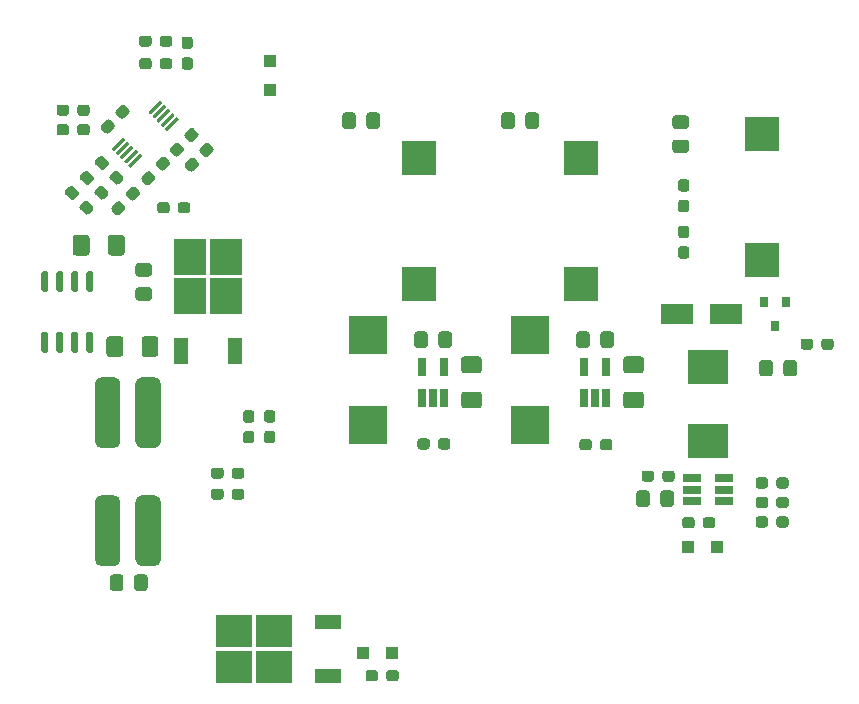
<source format=gtp>
G04 #@! TF.GenerationSoftware,KiCad,Pcbnew,(5.1.6)-1*
G04 #@! TF.CreationDate,2020-11-18T04:23:11-08:00*
G04 #@! TF.ProjectId,Power Board V2,506f7765-7220-4426-9f61-72642056322e,rev?*
G04 #@! TF.SameCoordinates,Original*
G04 #@! TF.FileFunction,Paste,Top*
G04 #@! TF.FilePolarity,Positive*
%FSLAX46Y46*%
G04 Gerber Fmt 4.6, Leading zero omitted, Abs format (unit mm)*
G04 Created by KiCad (PCBNEW (5.1.6)-1) date 2020-11-18 04:23:11*
%MOMM*%
%LPD*%
G01*
G04 APERTURE LIST*
%ADD10R,1.000000X1.000000*%
%ADD11R,2.750000X3.050000*%
%ADD12R,1.200000X2.200000*%
%ADD13R,3.050000X2.750000*%
%ADD14R,2.200000X1.200000*%
%ADD15R,3.000000X3.000000*%
%ADD16R,3.300000X3.300000*%
%ADD17R,0.800000X0.900000*%
%ADD18R,1.560000X0.650000*%
%ADD19R,0.650000X1.560000*%
%ADD20R,2.700000X1.800000*%
%ADD21R,3.500000X3.000000*%
G04 APERTURE END LIST*
D10*
X162275200Y-120332500D03*
X164775200Y-120332500D03*
D11*
X123191000Y-99084000D03*
X120141000Y-95734000D03*
X120141000Y-99084000D03*
X123191000Y-95734000D03*
D12*
X123946000Y-103709000D03*
X119386000Y-103709000D03*
G36*
G01*
X169768000Y-115109000D02*
X169768000Y-114634000D01*
G75*
G02*
X170005500Y-114396500I237500J0D01*
G01*
X170580500Y-114396500D01*
G75*
G02*
X170818000Y-114634000I0J-237500D01*
G01*
X170818000Y-115109000D01*
G75*
G02*
X170580500Y-115346500I-237500J0D01*
G01*
X170005500Y-115346500D01*
G75*
G02*
X169768000Y-115109000I0J237500D01*
G01*
G37*
G36*
G01*
X168018000Y-115109000D02*
X168018000Y-114634000D01*
G75*
G02*
X168255500Y-114396500I237500J0D01*
G01*
X168830500Y-114396500D01*
G75*
G02*
X169068000Y-114634000I0J-237500D01*
G01*
X169068000Y-115109000D01*
G75*
G02*
X168830500Y-115346500I-237500J0D01*
G01*
X168255500Y-115346500D01*
G75*
G02*
X168018000Y-115109000I0J237500D01*
G01*
G37*
D10*
X137267000Y-129286000D03*
X134767000Y-129286000D03*
G36*
G01*
X136748000Y-131428500D02*
X136748000Y-130953500D01*
G75*
G02*
X136985500Y-130716000I237500J0D01*
G01*
X137560500Y-130716000D01*
G75*
G02*
X137798000Y-130953500I0J-237500D01*
G01*
X137798000Y-131428500D01*
G75*
G02*
X137560500Y-131666000I-237500J0D01*
G01*
X136985500Y-131666000D01*
G75*
G02*
X136748000Y-131428500I0J237500D01*
G01*
G37*
G36*
G01*
X134998000Y-131428500D02*
X134998000Y-130953500D01*
G75*
G02*
X135235500Y-130716000I237500J0D01*
G01*
X135810500Y-130716000D01*
G75*
G02*
X136048000Y-130953500I0J-237500D01*
G01*
X136048000Y-131428500D01*
G75*
G02*
X135810500Y-131666000I-237500J0D01*
G01*
X135235500Y-131666000D01*
G75*
G02*
X134998000Y-131428500I0J237500D01*
G01*
G37*
D13*
X127210000Y-127380000D03*
X123860000Y-130430000D03*
X127210000Y-130430000D03*
X123860000Y-127380000D03*
D14*
X131835000Y-126625000D03*
X131835000Y-131185000D03*
G36*
G01*
X119095000Y-91804500D02*
X119095000Y-91329500D01*
G75*
G02*
X119332500Y-91092000I237500J0D01*
G01*
X119907500Y-91092000D01*
G75*
G02*
X120145000Y-91329500I0J-237500D01*
G01*
X120145000Y-91804500D01*
G75*
G02*
X119907500Y-92042000I-237500J0D01*
G01*
X119332500Y-92042000D01*
G75*
G02*
X119095000Y-91804500I0J237500D01*
G01*
G37*
G36*
G01*
X117345000Y-91804500D02*
X117345000Y-91329500D01*
G75*
G02*
X117582500Y-91092000I237500J0D01*
G01*
X118157500Y-91092000D01*
G75*
G02*
X118395000Y-91329500I0J-237500D01*
G01*
X118395000Y-91804500D01*
G75*
G02*
X118157500Y-92042000I-237500J0D01*
G01*
X117582500Y-92042000D01*
G75*
G02*
X117345000Y-91804500I0J237500D01*
G01*
G37*
D10*
X126873000Y-79141000D03*
X126873000Y-81641000D03*
G36*
G01*
X169068000Y-116285000D02*
X169068000Y-116760000D01*
G75*
G02*
X168830500Y-116997500I-237500J0D01*
G01*
X168255500Y-116997500D01*
G75*
G02*
X168018000Y-116760000I0J237500D01*
G01*
X168018000Y-116285000D01*
G75*
G02*
X168255500Y-116047500I237500J0D01*
G01*
X168830500Y-116047500D01*
G75*
G02*
X169068000Y-116285000I0J-237500D01*
G01*
G37*
G36*
G01*
X170818000Y-116285000D02*
X170818000Y-116760000D01*
G75*
G02*
X170580500Y-116997500I-237500J0D01*
G01*
X170005500Y-116997500D01*
G75*
G02*
X169768000Y-116760000I0J237500D01*
G01*
X169768000Y-116285000D01*
G75*
G02*
X170005500Y-116047500I237500J0D01*
G01*
X170580500Y-116047500D01*
G75*
G02*
X170818000Y-116285000I0J-237500D01*
G01*
G37*
D15*
X139509500Y-87360000D03*
X139509500Y-98060000D03*
X153225500Y-87360000D03*
X153225500Y-98060000D03*
X168529000Y-96028000D03*
X168529000Y-85328000D03*
G36*
G01*
X120456011Y-84871913D02*
X120791887Y-85207789D01*
G75*
G02*
X120791887Y-85543665I-167938J-167938D01*
G01*
X120385301Y-85950251D01*
G75*
G02*
X120049425Y-85950251I-167938J167938D01*
G01*
X119713549Y-85614375D01*
G75*
G02*
X119713549Y-85278499I167938J167938D01*
G01*
X120120135Y-84871913D01*
G75*
G02*
X120456011Y-84871913I167938J-167938D01*
G01*
G37*
G36*
G01*
X119218575Y-86109349D02*
X119554451Y-86445225D01*
G75*
G02*
X119554451Y-86781101I-167938J-167938D01*
G01*
X119147865Y-87187687D01*
G75*
G02*
X118811989Y-87187687I-167938J167938D01*
G01*
X118476113Y-86851811D01*
G75*
G02*
X118476113Y-86515935I167938J167938D01*
G01*
X118882699Y-86109349D01*
G75*
G02*
X119218575Y-86109349I167938J-167938D01*
G01*
G37*
G36*
G01*
X120125500Y-78136000D02*
X119650500Y-78136000D01*
G75*
G02*
X119413000Y-77898500I0J237500D01*
G01*
X119413000Y-77323500D01*
G75*
G02*
X119650500Y-77086000I237500J0D01*
G01*
X120125500Y-77086000D01*
G75*
G02*
X120363000Y-77323500I0J-237500D01*
G01*
X120363000Y-77898500D01*
G75*
G02*
X120125500Y-78136000I-237500J0D01*
G01*
G37*
G36*
G01*
X120125500Y-79886000D02*
X119650500Y-79886000D01*
G75*
G02*
X119413000Y-79648500I0J237500D01*
G01*
X119413000Y-79073500D01*
G75*
G02*
X119650500Y-78836000I237500J0D01*
G01*
X120125500Y-78836000D01*
G75*
G02*
X120363000Y-79073500I0J-237500D01*
G01*
X120363000Y-79648500D01*
G75*
G02*
X120125500Y-79886000I-237500J0D01*
G01*
G37*
G36*
G01*
X110586000Y-85200500D02*
X110586000Y-84725500D01*
G75*
G02*
X110823500Y-84488000I237500J0D01*
G01*
X111398500Y-84488000D01*
G75*
G02*
X111636000Y-84725500I0J-237500D01*
G01*
X111636000Y-85200500D01*
G75*
G02*
X111398500Y-85438000I-237500J0D01*
G01*
X110823500Y-85438000D01*
G75*
G02*
X110586000Y-85200500I0J237500D01*
G01*
G37*
G36*
G01*
X108836000Y-85200500D02*
X108836000Y-84725500D01*
G75*
G02*
X109073500Y-84488000I237500J0D01*
G01*
X109648500Y-84488000D01*
G75*
G02*
X109886000Y-84725500I0J-237500D01*
G01*
X109886000Y-85200500D01*
G75*
G02*
X109648500Y-85438000I-237500J0D01*
G01*
X109073500Y-85438000D01*
G75*
G02*
X108836000Y-85200500I0J237500D01*
G01*
G37*
G36*
G01*
X110664451Y-90516575D02*
X110328575Y-90852451D01*
G75*
G02*
X109992699Y-90852451I-167938J167938D01*
G01*
X109586113Y-90445865D01*
G75*
G02*
X109586113Y-90109989I167938J167938D01*
G01*
X109921989Y-89774113D01*
G75*
G02*
X110257865Y-89774113I167938J-167938D01*
G01*
X110664451Y-90180699D01*
G75*
G02*
X110664451Y-90516575I-167938J-167938D01*
G01*
G37*
G36*
G01*
X111901887Y-91754011D02*
X111566011Y-92089887D01*
G75*
G02*
X111230135Y-92089887I-167938J167938D01*
G01*
X110823549Y-91683301D01*
G75*
G02*
X110823549Y-91347425I167938J167938D01*
G01*
X111159425Y-91011549D01*
G75*
G02*
X111495301Y-91011549I167938J-167938D01*
G01*
X111901887Y-91418135D01*
G75*
G02*
X111901887Y-91754011I-167938J-167938D01*
G01*
G37*
D16*
X135191500Y-102372000D03*
X135191500Y-109972000D03*
X148907500Y-102372000D03*
X148907500Y-109972000D03*
G36*
G01*
X112081500Y-121381500D02*
X112081500Y-116456500D01*
G75*
G02*
X112619000Y-115919000I537500J0D01*
G01*
X113694000Y-115919000D01*
G75*
G02*
X114231500Y-116456500I0J-537500D01*
G01*
X114231500Y-121381500D01*
G75*
G02*
X113694000Y-121919000I-537500J0D01*
G01*
X112619000Y-121919000D01*
G75*
G02*
X112081500Y-121381500I0J537500D01*
G01*
G37*
G36*
G01*
X115511500Y-121381500D02*
X115511500Y-116456500D01*
G75*
G02*
X116049000Y-115919000I537500J0D01*
G01*
X117124000Y-115919000D01*
G75*
G02*
X117661500Y-116456500I0J-537500D01*
G01*
X117661500Y-121381500D01*
G75*
G02*
X117124000Y-121919000I-537500J0D01*
G01*
X116049000Y-121919000D01*
G75*
G02*
X115511500Y-121381500I0J537500D01*
G01*
G37*
G36*
G01*
X115511500Y-111381500D02*
X115511500Y-106456500D01*
G75*
G02*
X116049000Y-105919000I537500J0D01*
G01*
X117124000Y-105919000D01*
G75*
G02*
X117661500Y-106456500I0J-537500D01*
G01*
X117661500Y-111381500D01*
G75*
G02*
X117124000Y-111919000I-537500J0D01*
G01*
X116049000Y-111919000D01*
G75*
G02*
X115511500Y-111381500I0J537500D01*
G01*
G37*
G36*
G01*
X112081500Y-111381500D02*
X112081500Y-106456500D01*
G75*
G02*
X112619000Y-105919000I537500J0D01*
G01*
X113694000Y-105919000D01*
G75*
G02*
X114231500Y-106456500I0J-537500D01*
G01*
X114231500Y-111381500D01*
G75*
G02*
X113694000Y-111919000I-537500J0D01*
G01*
X112619000Y-111919000D01*
G75*
G02*
X112081500Y-111381500I0J537500D01*
G01*
G37*
G36*
G01*
X121319425Y-87220251D02*
X120983549Y-86884375D01*
G75*
G02*
X120983549Y-86548499I167938J167938D01*
G01*
X121390135Y-86141913D01*
G75*
G02*
X121726011Y-86141913I167938J-167938D01*
G01*
X122061887Y-86477789D01*
G75*
G02*
X122061887Y-86813665I-167938J-167938D01*
G01*
X121655301Y-87220251D01*
G75*
G02*
X121319425Y-87220251I-167938J167938D01*
G01*
G37*
G36*
G01*
X120081989Y-88457687D02*
X119746113Y-88121811D01*
G75*
G02*
X119746113Y-87785935I167938J167938D01*
G01*
X120152699Y-87379349D01*
G75*
G02*
X120488575Y-87379349I167938J-167938D01*
G01*
X120824451Y-87715225D01*
G75*
G02*
X120824451Y-88051101I-167938J-167938D01*
G01*
X120417865Y-88457687D01*
G75*
G02*
X120081989Y-88457687I-167938J167938D01*
G01*
G37*
G36*
G01*
X116871000Y-77232500D02*
X116871000Y-77707500D01*
G75*
G02*
X116633500Y-77945000I-237500J0D01*
G01*
X116058500Y-77945000D01*
G75*
G02*
X115821000Y-77707500I0J237500D01*
G01*
X115821000Y-77232500D01*
G75*
G02*
X116058500Y-76995000I237500J0D01*
G01*
X116633500Y-76995000D01*
G75*
G02*
X116871000Y-77232500I0J-237500D01*
G01*
G37*
G36*
G01*
X118621000Y-77232500D02*
X118621000Y-77707500D01*
G75*
G02*
X118383500Y-77945000I-237500J0D01*
G01*
X117808500Y-77945000D01*
G75*
G02*
X117571000Y-77707500I0J237500D01*
G01*
X117571000Y-77232500D01*
G75*
G02*
X117808500Y-76995000I237500J0D01*
G01*
X118383500Y-76995000D01*
G75*
G02*
X118621000Y-77232500I0J-237500D01*
G01*
G37*
G36*
G01*
X118621000Y-79137500D02*
X118621000Y-79612500D01*
G75*
G02*
X118383500Y-79850000I-237500J0D01*
G01*
X117808500Y-79850000D01*
G75*
G02*
X117571000Y-79612500I0J237500D01*
G01*
X117571000Y-79137500D01*
G75*
G02*
X117808500Y-78900000I237500J0D01*
G01*
X118383500Y-78900000D01*
G75*
G02*
X118621000Y-79137500I0J-237500D01*
G01*
G37*
G36*
G01*
X116871000Y-79137500D02*
X116871000Y-79612500D01*
G75*
G02*
X116633500Y-79850000I-237500J0D01*
G01*
X116058500Y-79850000D01*
G75*
G02*
X115821000Y-79612500I0J237500D01*
G01*
X115821000Y-79137500D01*
G75*
G02*
X116058500Y-78900000I237500J0D01*
G01*
X116633500Y-78900000D01*
G75*
G02*
X116871000Y-79137500I0J-237500D01*
G01*
G37*
G36*
G01*
X116398989Y-89613387D02*
X116063113Y-89277511D01*
G75*
G02*
X116063113Y-88941635I167938J167938D01*
G01*
X116469699Y-88535049D01*
G75*
G02*
X116805575Y-88535049I167938J-167938D01*
G01*
X117141451Y-88870925D01*
G75*
G02*
X117141451Y-89206801I-167938J-167938D01*
G01*
X116734865Y-89613387D01*
G75*
G02*
X116398989Y-89613387I-167938J167938D01*
G01*
G37*
G36*
G01*
X117636425Y-88375951D02*
X117300549Y-88040075D01*
G75*
G02*
X117300549Y-87704199I167938J167938D01*
G01*
X117707135Y-87297613D01*
G75*
G02*
X118043011Y-87297613I167938J-167938D01*
G01*
X118378887Y-87633489D01*
G75*
G02*
X118378887Y-87969365I-167938J-167938D01*
G01*
X117972301Y-88375951D01*
G75*
G02*
X117636425Y-88375951I-167938J167938D01*
G01*
G37*
G36*
G01*
X113204451Y-87976575D02*
X112868575Y-88312451D01*
G75*
G02*
X112532699Y-88312451I-167938J167938D01*
G01*
X112126113Y-87905865D01*
G75*
G02*
X112126113Y-87569989I167938J167938D01*
G01*
X112461989Y-87234113D01*
G75*
G02*
X112797865Y-87234113I167938J-167938D01*
G01*
X113204451Y-87640699D01*
G75*
G02*
X113204451Y-87976575I-167938J-167938D01*
G01*
G37*
G36*
G01*
X114441887Y-89214011D02*
X114106011Y-89549887D01*
G75*
G02*
X113770135Y-89549887I-167938J167938D01*
G01*
X113363549Y-89143301D01*
G75*
G02*
X113363549Y-88807425I167938J167938D01*
G01*
X113699425Y-88471549D01*
G75*
G02*
X114035301Y-88471549I167938J-167938D01*
G01*
X114441887Y-88878135D01*
G75*
G02*
X114441887Y-89214011I-167938J-167938D01*
G01*
G37*
G36*
G01*
X116655001Y-99453500D02*
X115754999Y-99453500D01*
G75*
G02*
X115505000Y-99203501I0J249999D01*
G01*
X115505000Y-98553499D01*
G75*
G02*
X115754999Y-98303500I249999J0D01*
G01*
X116655001Y-98303500D01*
G75*
G02*
X116905000Y-98553499I0J-249999D01*
G01*
X116905000Y-99203501D01*
G75*
G02*
X116655001Y-99453500I-249999J0D01*
G01*
G37*
G36*
G01*
X116655001Y-97403500D02*
X115754999Y-97403500D01*
G75*
G02*
X115505000Y-97153501I0J249999D01*
G01*
X115505000Y-96503499D01*
G75*
G02*
X115754999Y-96253500I249999J0D01*
G01*
X116655001Y-96253500D01*
G75*
G02*
X116905000Y-96503499I0J-249999D01*
G01*
X116905000Y-97153501D01*
G75*
G02*
X116655001Y-97403500I-249999J0D01*
G01*
G37*
G36*
G01*
X159062000Y-115754999D02*
X159062000Y-116655001D01*
G75*
G02*
X158812001Y-116905000I-249999J0D01*
G01*
X158161999Y-116905000D01*
G75*
G02*
X157912000Y-116655001I0J249999D01*
G01*
X157912000Y-115754999D01*
G75*
G02*
X158161999Y-115505000I249999J0D01*
G01*
X158812001Y-115505000D01*
G75*
G02*
X159062000Y-115754999I0J-249999D01*
G01*
G37*
G36*
G01*
X161112000Y-115754999D02*
X161112000Y-116655001D01*
G75*
G02*
X160862001Y-116905000I-249999J0D01*
G01*
X160211999Y-116905000D01*
G75*
G02*
X159962000Y-116655001I0J249999D01*
G01*
X159962000Y-115754999D01*
G75*
G02*
X160211999Y-115505000I249999J0D01*
G01*
X160862001Y-115505000D01*
G75*
G02*
X161112000Y-115754999I0J-249999D01*
G01*
G37*
G36*
G01*
X168326000Y-105606001D02*
X168326000Y-104705999D01*
G75*
G02*
X168575999Y-104456000I249999J0D01*
G01*
X169226001Y-104456000D01*
G75*
G02*
X169476000Y-104705999I0J-249999D01*
G01*
X169476000Y-105606001D01*
G75*
G02*
X169226001Y-105856000I-249999J0D01*
G01*
X168575999Y-105856000D01*
G75*
G02*
X168326000Y-105606001I0J249999D01*
G01*
G37*
G36*
G01*
X170376000Y-105606001D02*
X170376000Y-104705999D01*
G75*
G02*
X170625999Y-104456000I249999J0D01*
G01*
X171276001Y-104456000D01*
G75*
G02*
X171526000Y-104705999I0J-249999D01*
G01*
X171526000Y-105606001D01*
G75*
G02*
X171276001Y-105856000I-249999J0D01*
G01*
X170625999Y-105856000D01*
G75*
G02*
X170376000Y-105606001I0J249999D01*
G01*
G37*
G36*
G01*
X141166000Y-103193001D02*
X141166000Y-102292999D01*
G75*
G02*
X141415999Y-102043000I249999J0D01*
G01*
X142066001Y-102043000D01*
G75*
G02*
X142316000Y-102292999I0J-249999D01*
G01*
X142316000Y-103193001D01*
G75*
G02*
X142066001Y-103443000I-249999J0D01*
G01*
X141415999Y-103443000D01*
G75*
G02*
X141166000Y-103193001I0J249999D01*
G01*
G37*
G36*
G01*
X139116000Y-103193001D02*
X139116000Y-102292999D01*
G75*
G02*
X139365999Y-102043000I249999J0D01*
G01*
X140016001Y-102043000D01*
G75*
G02*
X140266000Y-102292999I0J-249999D01*
G01*
X140266000Y-103193001D01*
G75*
G02*
X140016001Y-103443000I-249999J0D01*
G01*
X139365999Y-103443000D01*
G75*
G02*
X139116000Y-103193001I0J249999D01*
G01*
G37*
G36*
G01*
X136220000Y-83750999D02*
X136220000Y-84651001D01*
G75*
G02*
X135970001Y-84901000I-249999J0D01*
G01*
X135319999Y-84901000D01*
G75*
G02*
X135070000Y-84651001I0J249999D01*
G01*
X135070000Y-83750999D01*
G75*
G02*
X135319999Y-83501000I249999J0D01*
G01*
X135970001Y-83501000D01*
G75*
G02*
X136220000Y-83750999I0J-249999D01*
G01*
G37*
G36*
G01*
X134170000Y-83750999D02*
X134170000Y-84651001D01*
G75*
G02*
X133920001Y-84901000I-249999J0D01*
G01*
X133269999Y-84901000D01*
G75*
G02*
X133020000Y-84651001I0J249999D01*
G01*
X133020000Y-83750999D01*
G75*
G02*
X133269999Y-83501000I249999J0D01*
G01*
X133920001Y-83501000D01*
G75*
G02*
X134170000Y-83750999I0J-249999D01*
G01*
G37*
G36*
G01*
X154882000Y-103193001D02*
X154882000Y-102292999D01*
G75*
G02*
X155131999Y-102043000I249999J0D01*
G01*
X155782001Y-102043000D01*
G75*
G02*
X156032000Y-102292999I0J-249999D01*
G01*
X156032000Y-103193001D01*
G75*
G02*
X155782001Y-103443000I-249999J0D01*
G01*
X155131999Y-103443000D01*
G75*
G02*
X154882000Y-103193001I0J249999D01*
G01*
G37*
G36*
G01*
X152832000Y-103193001D02*
X152832000Y-102292999D01*
G75*
G02*
X153081999Y-102043000I249999J0D01*
G01*
X153732001Y-102043000D01*
G75*
G02*
X153982000Y-102292999I0J-249999D01*
G01*
X153982000Y-103193001D01*
G75*
G02*
X153732001Y-103443000I-249999J0D01*
G01*
X153081999Y-103443000D01*
G75*
G02*
X152832000Y-103193001I0J249999D01*
G01*
G37*
G36*
G01*
X149682000Y-83750999D02*
X149682000Y-84651001D01*
G75*
G02*
X149432001Y-84901000I-249999J0D01*
G01*
X148781999Y-84901000D01*
G75*
G02*
X148532000Y-84651001I0J249999D01*
G01*
X148532000Y-83750999D01*
G75*
G02*
X148781999Y-83501000I249999J0D01*
G01*
X149432001Y-83501000D01*
G75*
G02*
X149682000Y-83750999I0J-249999D01*
G01*
G37*
G36*
G01*
X147632000Y-83750999D02*
X147632000Y-84651001D01*
G75*
G02*
X147382001Y-84901000I-249999J0D01*
G01*
X146731999Y-84901000D01*
G75*
G02*
X146482000Y-84651001I0J249999D01*
G01*
X146482000Y-83750999D01*
G75*
G02*
X146731999Y-83501000I249999J0D01*
G01*
X147382001Y-83501000D01*
G75*
G02*
X147632000Y-83750999I0J-249999D01*
G01*
G37*
D17*
X170622000Y-99584000D03*
X168722000Y-99584000D03*
X169672000Y-101584000D03*
G36*
G01*
X110195000Y-95367000D02*
X110195000Y-94117000D01*
G75*
G02*
X110445000Y-93867000I250000J0D01*
G01*
X111370000Y-93867000D01*
G75*
G02*
X111620000Y-94117000I0J-250000D01*
G01*
X111620000Y-95367000D01*
G75*
G02*
X111370000Y-95617000I-250000J0D01*
G01*
X110445000Y-95617000D01*
G75*
G02*
X110195000Y-95367000I0J250000D01*
G01*
G37*
G36*
G01*
X113170000Y-95367000D02*
X113170000Y-94117000D01*
G75*
G02*
X113420000Y-93867000I250000J0D01*
G01*
X114345000Y-93867000D01*
G75*
G02*
X114595000Y-94117000I0J-250000D01*
G01*
X114595000Y-95367000D01*
G75*
G02*
X114345000Y-95617000I-250000J0D01*
G01*
X113420000Y-95617000D01*
G75*
G02*
X113170000Y-95367000I0J250000D01*
G01*
G37*
G36*
G01*
X168018000Y-118411000D02*
X168018000Y-117936000D01*
G75*
G02*
X168255500Y-117698500I237500J0D01*
G01*
X168830500Y-117698500D01*
G75*
G02*
X169068000Y-117936000I0J-237500D01*
G01*
X169068000Y-118411000D01*
G75*
G02*
X168830500Y-118648500I-237500J0D01*
G01*
X168255500Y-118648500D01*
G75*
G02*
X168018000Y-118411000I0J237500D01*
G01*
G37*
G36*
G01*
X169768000Y-118411000D02*
X169768000Y-117936000D01*
G75*
G02*
X170005500Y-117698500I237500J0D01*
G01*
X170580500Y-117698500D01*
G75*
G02*
X170818000Y-117936000I0J-237500D01*
G01*
X170818000Y-118411000D01*
G75*
G02*
X170580500Y-118648500I-237500J0D01*
G01*
X170005500Y-118648500D01*
G75*
G02*
X169768000Y-118411000I0J237500D01*
G01*
G37*
G36*
G01*
X140429500Y-111332000D02*
X140429500Y-111807000D01*
G75*
G02*
X140192000Y-112044500I-237500J0D01*
G01*
X139617000Y-112044500D01*
G75*
G02*
X139379500Y-111807000I0J237500D01*
G01*
X139379500Y-111332000D01*
G75*
G02*
X139617000Y-111094500I237500J0D01*
G01*
X140192000Y-111094500D01*
G75*
G02*
X140429500Y-111332000I0J-237500D01*
G01*
G37*
G36*
G01*
X142179500Y-111332000D02*
X142179500Y-111807000D01*
G75*
G02*
X141942000Y-112044500I-237500J0D01*
G01*
X141367000Y-112044500D01*
G75*
G02*
X141129500Y-111807000I0J237500D01*
G01*
X141129500Y-111332000D01*
G75*
G02*
X141367000Y-111094500I237500J0D01*
G01*
X141942000Y-111094500D01*
G75*
G02*
X142179500Y-111332000I0J-237500D01*
G01*
G37*
G36*
G01*
X171828000Y-103361500D02*
X171828000Y-102886500D01*
G75*
G02*
X172065500Y-102649000I237500J0D01*
G01*
X172640500Y-102649000D01*
G75*
G02*
X172878000Y-102886500I0J-237500D01*
G01*
X172878000Y-103361500D01*
G75*
G02*
X172640500Y-103599000I-237500J0D01*
G01*
X172065500Y-103599000D01*
G75*
G02*
X171828000Y-103361500I0J237500D01*
G01*
G37*
G36*
G01*
X173578000Y-103361500D02*
X173578000Y-102886500D01*
G75*
G02*
X173815500Y-102649000I237500J0D01*
G01*
X174390500Y-102649000D01*
G75*
G02*
X174628000Y-102886500I0J-237500D01*
G01*
X174628000Y-103361500D01*
G75*
G02*
X174390500Y-103599000I-237500J0D01*
G01*
X173815500Y-103599000D01*
G75*
G02*
X173578000Y-103361500I0J237500D01*
G01*
G37*
G36*
G01*
X161687500Y-90901000D02*
X162162500Y-90901000D01*
G75*
G02*
X162400000Y-91138500I0J-237500D01*
G01*
X162400000Y-91713500D01*
G75*
G02*
X162162500Y-91951000I-237500J0D01*
G01*
X161687500Y-91951000D01*
G75*
G02*
X161450000Y-91713500I0J237500D01*
G01*
X161450000Y-91138500D01*
G75*
G02*
X161687500Y-90901000I237500J0D01*
G01*
G37*
G36*
G01*
X161687500Y-89151000D02*
X162162500Y-89151000D01*
G75*
G02*
X162400000Y-89388500I0J-237500D01*
G01*
X162400000Y-89963500D01*
G75*
G02*
X162162500Y-90201000I-237500J0D01*
G01*
X161687500Y-90201000D01*
G75*
G02*
X161450000Y-89963500I0J237500D01*
G01*
X161450000Y-89388500D01*
G75*
G02*
X161687500Y-89151000I237500J0D01*
G01*
G37*
G36*
G01*
X162162500Y-95888000D02*
X161687500Y-95888000D01*
G75*
G02*
X161450000Y-95650500I0J237500D01*
G01*
X161450000Y-95075500D01*
G75*
G02*
X161687500Y-94838000I237500J0D01*
G01*
X162162500Y-94838000D01*
G75*
G02*
X162400000Y-95075500I0J-237500D01*
G01*
X162400000Y-95650500D01*
G75*
G02*
X162162500Y-95888000I-237500J0D01*
G01*
G37*
G36*
G01*
X162162500Y-94138000D02*
X161687500Y-94138000D01*
G75*
G02*
X161450000Y-93900500I0J237500D01*
G01*
X161450000Y-93325500D01*
G75*
G02*
X161687500Y-93088000I237500J0D01*
G01*
X162162500Y-93088000D01*
G75*
G02*
X162400000Y-93325500I0J-237500D01*
G01*
X162400000Y-93900500D01*
G75*
G02*
X162162500Y-94138000I-237500J0D01*
G01*
G37*
G36*
G01*
X155895500Y-111395500D02*
X155895500Y-111870500D01*
G75*
G02*
X155658000Y-112108000I-237500J0D01*
G01*
X155083000Y-112108000D01*
G75*
G02*
X154845500Y-111870500I0J237500D01*
G01*
X154845500Y-111395500D01*
G75*
G02*
X155083000Y-111158000I237500J0D01*
G01*
X155658000Y-111158000D01*
G75*
G02*
X155895500Y-111395500I0J-237500D01*
G01*
G37*
G36*
G01*
X154145500Y-111395500D02*
X154145500Y-111870500D01*
G75*
G02*
X153908000Y-112108000I-237500J0D01*
G01*
X153333000Y-112108000D01*
G75*
G02*
X153095500Y-111870500I0J237500D01*
G01*
X153095500Y-111395500D01*
G75*
G02*
X153333000Y-111158000I237500J0D01*
G01*
X153908000Y-111158000D01*
G75*
G02*
X154145500Y-111395500I0J-237500D01*
G01*
G37*
D18*
X165307000Y-116393000D03*
X165307000Y-115443000D03*
X165307000Y-114493000D03*
X162607000Y-114493000D03*
X162607000Y-116393000D03*
X162607000Y-115443000D03*
D19*
X139766000Y-105012500D03*
X141666000Y-105012500D03*
X141666000Y-107712500D03*
X140716000Y-107712500D03*
X139766000Y-107712500D03*
X153482000Y-107712500D03*
X154432000Y-107712500D03*
X155382000Y-107712500D03*
X155382000Y-105012500D03*
X153482000Y-105012500D03*
G36*
G01*
X114485000Y-122866999D02*
X114485000Y-123767001D01*
G75*
G02*
X114235001Y-124017000I-249999J0D01*
G01*
X113584999Y-124017000D01*
G75*
G02*
X113335000Y-123767001I0J249999D01*
G01*
X113335000Y-122866999D01*
G75*
G02*
X113584999Y-122617000I249999J0D01*
G01*
X114235001Y-122617000D01*
G75*
G02*
X114485000Y-122866999I0J-249999D01*
G01*
G37*
G36*
G01*
X116535000Y-122866999D02*
X116535000Y-123767001D01*
G75*
G02*
X116285001Y-124017000I-249999J0D01*
G01*
X115634999Y-124017000D01*
G75*
G02*
X115385000Y-123767001I0J249999D01*
G01*
X115385000Y-122866999D01*
G75*
G02*
X115634999Y-122617000I249999J0D01*
G01*
X116285001Y-122617000D01*
G75*
G02*
X116535000Y-122866999I0J-249999D01*
G01*
G37*
G36*
G01*
X123667000Y-116061500D02*
X123667000Y-115586500D01*
G75*
G02*
X123904500Y-115349000I237500J0D01*
G01*
X124479500Y-115349000D01*
G75*
G02*
X124717000Y-115586500I0J-237500D01*
G01*
X124717000Y-116061500D01*
G75*
G02*
X124479500Y-116299000I-237500J0D01*
G01*
X123904500Y-116299000D01*
G75*
G02*
X123667000Y-116061500I0J237500D01*
G01*
G37*
G36*
G01*
X121917000Y-116061500D02*
X121917000Y-115586500D01*
G75*
G02*
X122154500Y-115349000I237500J0D01*
G01*
X122729500Y-115349000D01*
G75*
G02*
X122967000Y-115586500I0J-237500D01*
G01*
X122967000Y-116061500D01*
G75*
G02*
X122729500Y-116299000I-237500J0D01*
G01*
X122154500Y-116299000D01*
G75*
G02*
X121917000Y-116061500I0J237500D01*
G01*
G37*
G36*
G01*
X124717000Y-113808500D02*
X124717000Y-114283500D01*
G75*
G02*
X124479500Y-114521000I-237500J0D01*
G01*
X123904500Y-114521000D01*
G75*
G02*
X123667000Y-114283500I0J237500D01*
G01*
X123667000Y-113808500D01*
G75*
G02*
X123904500Y-113571000I237500J0D01*
G01*
X124479500Y-113571000D01*
G75*
G02*
X124717000Y-113808500I0J-237500D01*
G01*
G37*
G36*
G01*
X122967000Y-113808500D02*
X122967000Y-114283500D01*
G75*
G02*
X122729500Y-114521000I-237500J0D01*
G01*
X122154500Y-114521000D01*
G75*
G02*
X121917000Y-114283500I0J237500D01*
G01*
X121917000Y-113808500D01*
G75*
G02*
X122154500Y-113571000I237500J0D01*
G01*
X122729500Y-113571000D01*
G75*
G02*
X122967000Y-113808500I0J-237500D01*
G01*
G37*
G36*
G01*
X126635500Y-110459000D02*
X127110500Y-110459000D01*
G75*
G02*
X127348000Y-110696500I0J-237500D01*
G01*
X127348000Y-111271500D01*
G75*
G02*
X127110500Y-111509000I-237500J0D01*
G01*
X126635500Y-111509000D01*
G75*
G02*
X126398000Y-111271500I0J237500D01*
G01*
X126398000Y-110696500D01*
G75*
G02*
X126635500Y-110459000I237500J0D01*
G01*
G37*
G36*
G01*
X126635500Y-108709000D02*
X127110500Y-108709000D01*
G75*
G02*
X127348000Y-108946500I0J-237500D01*
G01*
X127348000Y-109521500D01*
G75*
G02*
X127110500Y-109759000I-237500J0D01*
G01*
X126635500Y-109759000D01*
G75*
G02*
X126398000Y-109521500I0J237500D01*
G01*
X126398000Y-108946500D01*
G75*
G02*
X126635500Y-108709000I237500J0D01*
G01*
G37*
G36*
G01*
X125332500Y-111523000D02*
X124857500Y-111523000D01*
G75*
G02*
X124620000Y-111285500I0J237500D01*
G01*
X124620000Y-110710500D01*
G75*
G02*
X124857500Y-110473000I237500J0D01*
G01*
X125332500Y-110473000D01*
G75*
G02*
X125570000Y-110710500I0J-237500D01*
G01*
X125570000Y-111285500D01*
G75*
G02*
X125332500Y-111523000I-237500J0D01*
G01*
G37*
G36*
G01*
X125332500Y-109773000D02*
X124857500Y-109773000D01*
G75*
G02*
X124620000Y-109535500I0J237500D01*
G01*
X124620000Y-108960500D01*
G75*
G02*
X124857500Y-108723000I237500J0D01*
G01*
X125332500Y-108723000D01*
G75*
G02*
X125570000Y-108960500I0J-237500D01*
G01*
X125570000Y-109535500D01*
G75*
G02*
X125332500Y-109773000I-237500J0D01*
G01*
G37*
D20*
X165549000Y-100584000D03*
X161349000Y-100584000D03*
G36*
G01*
X160116000Y-114537500D02*
X160116000Y-114062500D01*
G75*
G02*
X160353500Y-113825000I237500J0D01*
G01*
X160928500Y-113825000D01*
G75*
G02*
X161166000Y-114062500I0J-237500D01*
G01*
X161166000Y-114537500D01*
G75*
G02*
X160928500Y-114775000I-237500J0D01*
G01*
X160353500Y-114775000D01*
G75*
G02*
X160116000Y-114537500I0J237500D01*
G01*
G37*
G36*
G01*
X158366000Y-114537500D02*
X158366000Y-114062500D01*
G75*
G02*
X158603500Y-113825000I237500J0D01*
G01*
X159178500Y-113825000D01*
G75*
G02*
X159416000Y-114062500I0J-237500D01*
G01*
X159416000Y-114537500D01*
G75*
G02*
X159178500Y-114775000I-237500J0D01*
G01*
X158603500Y-114775000D01*
G75*
G02*
X158366000Y-114537500I0J237500D01*
G01*
G37*
G36*
G01*
X113858989Y-92153387D02*
X113523113Y-91817511D01*
G75*
G02*
X113523113Y-91481635I167938J167938D01*
G01*
X113929699Y-91075049D01*
G75*
G02*
X114265575Y-91075049I167938J-167938D01*
G01*
X114601451Y-91410925D01*
G75*
G02*
X114601451Y-91746801I-167938J-167938D01*
G01*
X114194865Y-92153387D01*
G75*
G02*
X113858989Y-92153387I-167938J167938D01*
G01*
G37*
G36*
G01*
X115096425Y-90915951D02*
X114760549Y-90580075D01*
G75*
G02*
X114760549Y-90244199I167938J167938D01*
G01*
X115167135Y-89837613D01*
G75*
G02*
X115503011Y-89837613I167938J-167938D01*
G01*
X115838887Y-90173489D01*
G75*
G02*
X115838887Y-90509365I-167938J-167938D01*
G01*
X115432301Y-90915951D01*
G75*
G02*
X115096425Y-90915951I-167938J167938D01*
G01*
G37*
G36*
G01*
X162845000Y-117999500D02*
X162845000Y-118474500D01*
G75*
G02*
X162607500Y-118712000I-237500J0D01*
G01*
X162032500Y-118712000D01*
G75*
G02*
X161795000Y-118474500I0J237500D01*
G01*
X161795000Y-117999500D01*
G75*
G02*
X162032500Y-117762000I237500J0D01*
G01*
X162607500Y-117762000D01*
G75*
G02*
X162845000Y-117999500I0J-237500D01*
G01*
G37*
G36*
G01*
X164595000Y-117999500D02*
X164595000Y-118474500D01*
G75*
G02*
X164357500Y-118712000I-237500J0D01*
G01*
X163782500Y-118712000D01*
G75*
G02*
X163545000Y-118474500I0J237500D01*
G01*
X163545000Y-117999500D01*
G75*
G02*
X163782500Y-117762000I237500J0D01*
G01*
X164357500Y-117762000D01*
G75*
G02*
X164595000Y-117999500I0J-237500D01*
G01*
G37*
G36*
G01*
X161220999Y-83744000D02*
X162121001Y-83744000D01*
G75*
G02*
X162371000Y-83993999I0J-249999D01*
G01*
X162371000Y-84644001D01*
G75*
G02*
X162121001Y-84894000I-249999J0D01*
G01*
X161220999Y-84894000D01*
G75*
G02*
X160971000Y-84644001I0J249999D01*
G01*
X160971000Y-83993999D01*
G75*
G02*
X161220999Y-83744000I249999J0D01*
G01*
G37*
G36*
G01*
X161220999Y-85794000D02*
X162121001Y-85794000D01*
G75*
G02*
X162371000Y-86043999I0J-249999D01*
G01*
X162371000Y-86694001D01*
G75*
G02*
X162121001Y-86944000I-249999J0D01*
G01*
X161220999Y-86944000D01*
G75*
G02*
X160971000Y-86694001I0J249999D01*
G01*
X160971000Y-86043999D01*
G75*
G02*
X161220999Y-85794000I249999J0D01*
G01*
G37*
G36*
G01*
X143329500Y-107137500D02*
X144579500Y-107137500D01*
G75*
G02*
X144829500Y-107387500I0J-250000D01*
G01*
X144829500Y-108312500D01*
G75*
G02*
X144579500Y-108562500I-250000J0D01*
G01*
X143329500Y-108562500D01*
G75*
G02*
X143079500Y-108312500I0J250000D01*
G01*
X143079500Y-107387500D01*
G75*
G02*
X143329500Y-107137500I250000J0D01*
G01*
G37*
G36*
G01*
X143329500Y-104162500D02*
X144579500Y-104162500D01*
G75*
G02*
X144829500Y-104412500I0J-250000D01*
G01*
X144829500Y-105337500D01*
G75*
G02*
X144579500Y-105587500I-250000J0D01*
G01*
X143329500Y-105587500D01*
G75*
G02*
X143079500Y-105337500I0J250000D01*
G01*
X143079500Y-104412500D01*
G75*
G02*
X143329500Y-104162500I250000J0D01*
G01*
G37*
G36*
G01*
X157058200Y-104162500D02*
X158308200Y-104162500D01*
G75*
G02*
X158558200Y-104412500I0J-250000D01*
G01*
X158558200Y-105337500D01*
G75*
G02*
X158308200Y-105587500I-250000J0D01*
G01*
X157058200Y-105587500D01*
G75*
G02*
X156808200Y-105337500I0J250000D01*
G01*
X156808200Y-104412500D01*
G75*
G02*
X157058200Y-104162500I250000J0D01*
G01*
G37*
G36*
G01*
X157058200Y-107137500D02*
X158308200Y-107137500D01*
G75*
G02*
X158558200Y-107387500I0J-250000D01*
G01*
X158558200Y-108312500D01*
G75*
G02*
X158308200Y-108562500I-250000J0D01*
G01*
X157058200Y-108562500D01*
G75*
G02*
X156808200Y-108312500I0J250000D01*
G01*
X156808200Y-107387500D01*
G75*
G02*
X157058200Y-107137500I250000J0D01*
G01*
G37*
G36*
G01*
X113171887Y-90484011D02*
X112836011Y-90819887D01*
G75*
G02*
X112500135Y-90819887I-167938J167938D01*
G01*
X112093549Y-90413301D01*
G75*
G02*
X112093549Y-90077425I167938J167938D01*
G01*
X112429425Y-89741549D01*
G75*
G02*
X112765301Y-89741549I167938J-167938D01*
G01*
X113171887Y-90148135D01*
G75*
G02*
X113171887Y-90484011I-167938J-167938D01*
G01*
G37*
G36*
G01*
X111934451Y-89246575D02*
X111598575Y-89582451D01*
G75*
G02*
X111262699Y-89582451I-167938J167938D01*
G01*
X110856113Y-89175865D01*
G75*
G02*
X110856113Y-88839989I167938J167938D01*
G01*
X111191989Y-88504113D01*
G75*
G02*
X111527865Y-88504113I167938J-167938D01*
G01*
X111934451Y-88910699D01*
G75*
G02*
X111934451Y-89246575I-167938J-167938D01*
G01*
G37*
G36*
G01*
X110586000Y-83549500D02*
X110586000Y-83074500D01*
G75*
G02*
X110823500Y-82837000I237500J0D01*
G01*
X111398500Y-82837000D01*
G75*
G02*
X111636000Y-83074500I0J-237500D01*
G01*
X111636000Y-83549500D01*
G75*
G02*
X111398500Y-83787000I-237500J0D01*
G01*
X110823500Y-83787000D01*
G75*
G02*
X110586000Y-83549500I0J237500D01*
G01*
G37*
G36*
G01*
X108836000Y-83549500D02*
X108836000Y-83074500D01*
G75*
G02*
X109073500Y-82837000I237500J0D01*
G01*
X109648500Y-82837000D01*
G75*
G02*
X109886000Y-83074500I0J-237500D01*
G01*
X109886000Y-83549500D01*
G75*
G02*
X109648500Y-83787000I-237500J0D01*
G01*
X109073500Y-83787000D01*
G75*
G02*
X108836000Y-83549500I0J237500D01*
G01*
G37*
G36*
G01*
X112969989Y-85231887D02*
X112634113Y-84896011D01*
G75*
G02*
X112634113Y-84560135I167938J167938D01*
G01*
X113040699Y-84153549D01*
G75*
G02*
X113376575Y-84153549I167938J-167938D01*
G01*
X113712451Y-84489425D01*
G75*
G02*
X113712451Y-84825301I-167938J-167938D01*
G01*
X113305865Y-85231887D01*
G75*
G02*
X112969989Y-85231887I-167938J167938D01*
G01*
G37*
G36*
G01*
X114207425Y-83994451D02*
X113871549Y-83658575D01*
G75*
G02*
X113871549Y-83322699I167938J167938D01*
G01*
X114278135Y-82916113D01*
G75*
G02*
X114614011Y-82916113I167938J-167938D01*
G01*
X114949887Y-83251989D01*
G75*
G02*
X114949887Y-83587865I-167938J-167938D01*
G01*
X114543301Y-83994451D01*
G75*
G02*
X114207425Y-83994451I-167938J167938D01*
G01*
G37*
G36*
G01*
X113052500Y-103952200D02*
X113052500Y-102702200D01*
G75*
G02*
X113302500Y-102452200I250000J0D01*
G01*
X114227500Y-102452200D01*
G75*
G02*
X114477500Y-102702200I0J-250000D01*
G01*
X114477500Y-103952200D01*
G75*
G02*
X114227500Y-104202200I-250000J0D01*
G01*
X113302500Y-104202200D01*
G75*
G02*
X113052500Y-103952200I0J250000D01*
G01*
G37*
G36*
G01*
X116027500Y-103952200D02*
X116027500Y-102702200D01*
G75*
G02*
X116277500Y-102452200I250000J0D01*
G01*
X117202500Y-102452200D01*
G75*
G02*
X117452500Y-102702200I0J-250000D01*
G01*
X117452500Y-103952200D01*
G75*
G02*
X117202500Y-104202200I-250000J0D01*
G01*
X116277500Y-104202200D01*
G75*
G02*
X116027500Y-103952200I0J250000D01*
G01*
G37*
D21*
X163957000Y-105054000D03*
X163957000Y-111354000D03*
G36*
G01*
X111483000Y-96943500D02*
X111783000Y-96943500D01*
G75*
G02*
X111933000Y-97093500I0J-150000D01*
G01*
X111933000Y-98543500D01*
G75*
G02*
X111783000Y-98693500I-150000J0D01*
G01*
X111483000Y-98693500D01*
G75*
G02*
X111333000Y-98543500I0J150000D01*
G01*
X111333000Y-97093500D01*
G75*
G02*
X111483000Y-96943500I150000J0D01*
G01*
G37*
G36*
G01*
X110213000Y-96943500D02*
X110513000Y-96943500D01*
G75*
G02*
X110663000Y-97093500I0J-150000D01*
G01*
X110663000Y-98543500D01*
G75*
G02*
X110513000Y-98693500I-150000J0D01*
G01*
X110213000Y-98693500D01*
G75*
G02*
X110063000Y-98543500I0J150000D01*
G01*
X110063000Y-97093500D01*
G75*
G02*
X110213000Y-96943500I150000J0D01*
G01*
G37*
G36*
G01*
X108943000Y-96943500D02*
X109243000Y-96943500D01*
G75*
G02*
X109393000Y-97093500I0J-150000D01*
G01*
X109393000Y-98543500D01*
G75*
G02*
X109243000Y-98693500I-150000J0D01*
G01*
X108943000Y-98693500D01*
G75*
G02*
X108793000Y-98543500I0J150000D01*
G01*
X108793000Y-97093500D01*
G75*
G02*
X108943000Y-96943500I150000J0D01*
G01*
G37*
G36*
G01*
X107673000Y-96943500D02*
X107973000Y-96943500D01*
G75*
G02*
X108123000Y-97093500I0J-150000D01*
G01*
X108123000Y-98543500D01*
G75*
G02*
X107973000Y-98693500I-150000J0D01*
G01*
X107673000Y-98693500D01*
G75*
G02*
X107523000Y-98543500I0J150000D01*
G01*
X107523000Y-97093500D01*
G75*
G02*
X107673000Y-96943500I150000J0D01*
G01*
G37*
G36*
G01*
X107673000Y-102093500D02*
X107973000Y-102093500D01*
G75*
G02*
X108123000Y-102243500I0J-150000D01*
G01*
X108123000Y-103693500D01*
G75*
G02*
X107973000Y-103843500I-150000J0D01*
G01*
X107673000Y-103843500D01*
G75*
G02*
X107523000Y-103693500I0J150000D01*
G01*
X107523000Y-102243500D01*
G75*
G02*
X107673000Y-102093500I150000J0D01*
G01*
G37*
G36*
G01*
X108943000Y-102093500D02*
X109243000Y-102093500D01*
G75*
G02*
X109393000Y-102243500I0J-150000D01*
G01*
X109393000Y-103693500D01*
G75*
G02*
X109243000Y-103843500I-150000J0D01*
G01*
X108943000Y-103843500D01*
G75*
G02*
X108793000Y-103693500I0J150000D01*
G01*
X108793000Y-102243500D01*
G75*
G02*
X108943000Y-102093500I150000J0D01*
G01*
G37*
G36*
G01*
X110213000Y-102093500D02*
X110513000Y-102093500D01*
G75*
G02*
X110663000Y-102243500I0J-150000D01*
G01*
X110663000Y-103693500D01*
G75*
G02*
X110513000Y-103843500I-150000J0D01*
G01*
X110213000Y-103843500D01*
G75*
G02*
X110063000Y-103693500I0J150000D01*
G01*
X110063000Y-102243500D01*
G75*
G02*
X110213000Y-102093500I150000J0D01*
G01*
G37*
G36*
G01*
X111483000Y-102093500D02*
X111783000Y-102093500D01*
G75*
G02*
X111933000Y-102243500I0J-150000D01*
G01*
X111933000Y-103693500D01*
G75*
G02*
X111783000Y-103843500I-150000J0D01*
G01*
X111483000Y-103843500D01*
G75*
G02*
X111333000Y-103693500I0J150000D01*
G01*
X111333000Y-102243500D01*
G75*
G02*
X111483000Y-102093500I150000J0D01*
G01*
G37*
G36*
G01*
X119054361Y-83929787D02*
X119160427Y-84035853D01*
G75*
G02*
X119160427Y-84141919I-53033J-53033D01*
G01*
X118241189Y-85061157D01*
G75*
G02*
X118135123Y-85061157I-53033J53033D01*
G01*
X118029057Y-84955091D01*
G75*
G02*
X118029057Y-84849025I53033J53033D01*
G01*
X118948295Y-83929787D01*
G75*
G02*
X119054361Y-83929787I53033J-53033D01*
G01*
G37*
G36*
G01*
X118700807Y-83576233D02*
X118806873Y-83682299D01*
G75*
G02*
X118806873Y-83788365I-53033J-53033D01*
G01*
X117887635Y-84707603D01*
G75*
G02*
X117781569Y-84707603I-53033J53033D01*
G01*
X117675503Y-84601537D01*
G75*
G02*
X117675503Y-84495471I53033J53033D01*
G01*
X118594741Y-83576233D01*
G75*
G02*
X118700807Y-83576233I53033J-53033D01*
G01*
G37*
G36*
G01*
X118347254Y-83222680D02*
X118453320Y-83328746D01*
G75*
G02*
X118453320Y-83434812I-53033J-53033D01*
G01*
X117534082Y-84354050D01*
G75*
G02*
X117428016Y-84354050I-53033J53033D01*
G01*
X117321950Y-84247984D01*
G75*
G02*
X117321950Y-84141918I53033J53033D01*
G01*
X118241188Y-83222680D01*
G75*
G02*
X118347254Y-83222680I53033J-53033D01*
G01*
G37*
G36*
G01*
X117993701Y-82869127D02*
X118099767Y-82975193D01*
G75*
G02*
X118099767Y-83081259I-53033J-53033D01*
G01*
X117180529Y-84000497D01*
G75*
G02*
X117074463Y-84000497I-53033J53033D01*
G01*
X116968397Y-83894431D01*
G75*
G02*
X116968397Y-83788365I53033J53033D01*
G01*
X117887635Y-82869127D01*
G75*
G02*
X117993701Y-82869127I53033J-53033D01*
G01*
G37*
G36*
G01*
X117640147Y-82515573D02*
X117746213Y-82621639D01*
G75*
G02*
X117746213Y-82727705I-53033J-53033D01*
G01*
X116826975Y-83646943D01*
G75*
G02*
X116720909Y-83646943I-53033J53033D01*
G01*
X116614843Y-83540877D01*
G75*
G02*
X116614843Y-83434811I53033J53033D01*
G01*
X117534081Y-82515573D01*
G75*
G02*
X117640147Y-82515573I53033J-53033D01*
G01*
G37*
G36*
G01*
X114528877Y-85626843D02*
X114634943Y-85732909D01*
G75*
G02*
X114634943Y-85838975I-53033J-53033D01*
G01*
X113715705Y-86758213D01*
G75*
G02*
X113609639Y-86758213I-53033J53033D01*
G01*
X113503573Y-86652147D01*
G75*
G02*
X113503573Y-86546081I53033J53033D01*
G01*
X114422811Y-85626843D01*
G75*
G02*
X114528877Y-85626843I53033J-53033D01*
G01*
G37*
G36*
G01*
X114882431Y-85980397D02*
X114988497Y-86086463D01*
G75*
G02*
X114988497Y-86192529I-53033J-53033D01*
G01*
X114069259Y-87111767D01*
G75*
G02*
X113963193Y-87111767I-53033J53033D01*
G01*
X113857127Y-87005701D01*
G75*
G02*
X113857127Y-86899635I53033J53033D01*
G01*
X114776365Y-85980397D01*
G75*
G02*
X114882431Y-85980397I53033J-53033D01*
G01*
G37*
G36*
G01*
X115235984Y-86333950D02*
X115342050Y-86440016D01*
G75*
G02*
X115342050Y-86546082I-53033J-53033D01*
G01*
X114422812Y-87465320D01*
G75*
G02*
X114316746Y-87465320I-53033J53033D01*
G01*
X114210680Y-87359254D01*
G75*
G02*
X114210680Y-87253188I53033J53033D01*
G01*
X115129918Y-86333950D01*
G75*
G02*
X115235984Y-86333950I53033J-53033D01*
G01*
G37*
G36*
G01*
X115589537Y-86687503D02*
X115695603Y-86793569D01*
G75*
G02*
X115695603Y-86899635I-53033J-53033D01*
G01*
X114776365Y-87818873D01*
G75*
G02*
X114670299Y-87818873I-53033J53033D01*
G01*
X114564233Y-87712807D01*
G75*
G02*
X114564233Y-87606741I53033J53033D01*
G01*
X115483471Y-86687503D01*
G75*
G02*
X115589537Y-86687503I53033J-53033D01*
G01*
G37*
G36*
G01*
X115943091Y-87041057D02*
X116049157Y-87147123D01*
G75*
G02*
X116049157Y-87253189I-53033J-53033D01*
G01*
X115129919Y-88172427D01*
G75*
G02*
X115023853Y-88172427I-53033J53033D01*
G01*
X114917787Y-88066361D01*
G75*
G02*
X114917787Y-87960295I53033J53033D01*
G01*
X115837025Y-87041057D01*
G75*
G02*
X115943091Y-87041057I53033J-53033D01*
G01*
G37*
M02*

</source>
